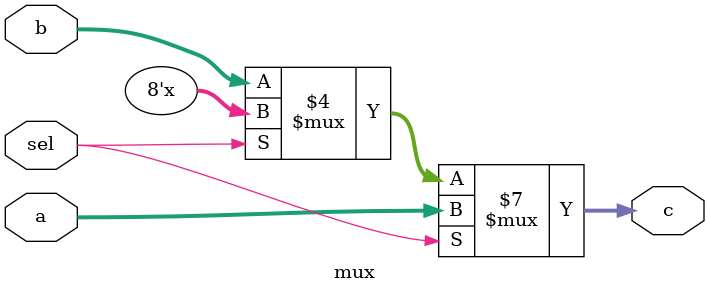
<source format=v>

module mux(
input sel,
input [7:0] a ,
input [7:0] b ,
output reg[7:0] c 
);

always@(*)begin
if(sel==1)begin
c <= a ;
end
else if(sel==0) begin
c <= b ;
end
end
endmodule

</source>
